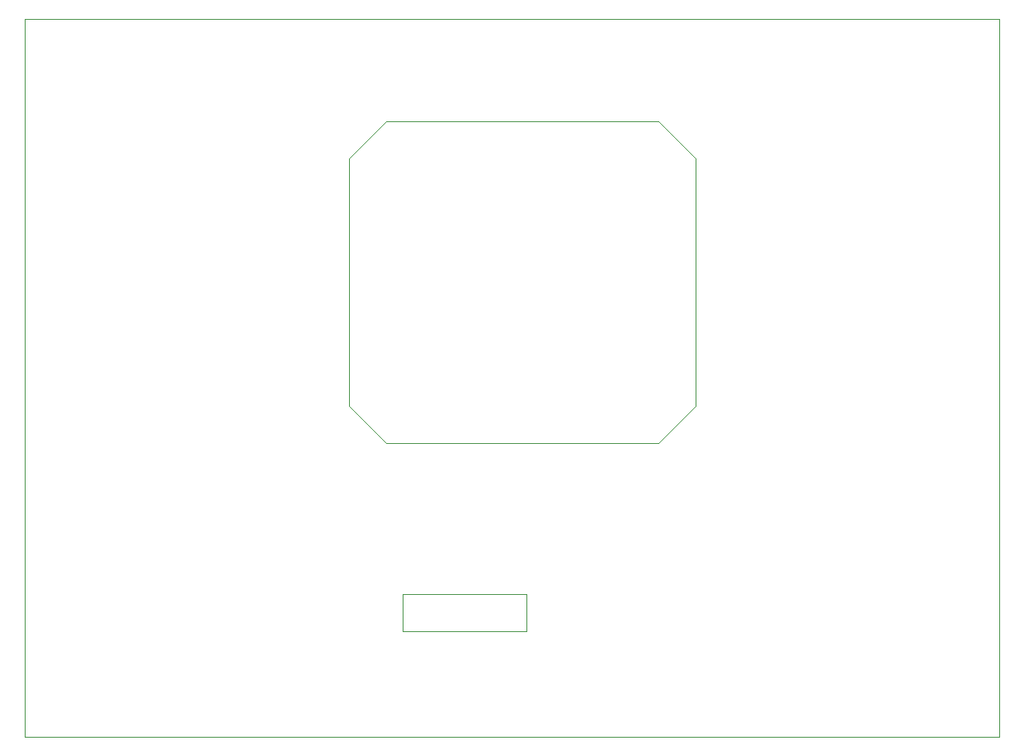
<source format=gbr>
%TF.GenerationSoftware,KiCad,Pcbnew,5.1.12-84ad8e8a86~92~ubuntu20.04.1*%
%TF.CreationDate,2021-11-15T21:49:07+01:00*%
%TF.ProjectId,incubator_bottom,696e6375-6261-4746-9f72-5f626f74746f,rev?*%
%TF.SameCoordinates,Original*%
%TF.FileFunction,Profile,NP*%
%FSLAX46Y46*%
G04 Gerber Fmt 4.6, Leading zero omitted, Abs format (unit mm)*
G04 Created by KiCad (PCBNEW 5.1.12-84ad8e8a86~92~ubuntu20.04.1) date 2021-11-15 21:49:07*
%MOMM*%
%LPD*%
G01*
G04 APERTURE LIST*
%TA.AperFunction,Profile*%
%ADD10C,0.050000*%
%TD*%
%TA.AperFunction,Profile*%
%ADD11C,0.100000*%
%TD*%
G04 APERTURE END LIST*
D10*
X38735000Y10795000D02*
X38735000Y14605000D01*
X51435000Y10795000D02*
X38735000Y10795000D01*
X51435000Y14605000D02*
X51435000Y10795000D01*
X38735000Y14605000D02*
X51435000Y14605000D01*
X65024000Y63119000D02*
X68834000Y59309000D01*
X33274000Y59309000D02*
X37084000Y63119000D01*
X37084000Y30099000D02*
X33274000Y33909000D01*
X65024000Y30099000D02*
X68834000Y33909000D01*
X65024000Y63119000D02*
X37084000Y63119000D01*
X33274000Y59309000D02*
X33274000Y33909000D01*
X37084000Y30099000D02*
X65024000Y30099000D01*
X68834000Y33909000D02*
X68834000Y59309000D01*
D11*
X99949000Y73660000D02*
X99949000Y0D01*
X0Y73660000D02*
X99949000Y73660000D01*
X0Y0D02*
X0Y73660000D01*
X99949000Y0D02*
X0Y0D01*
M02*

</source>
